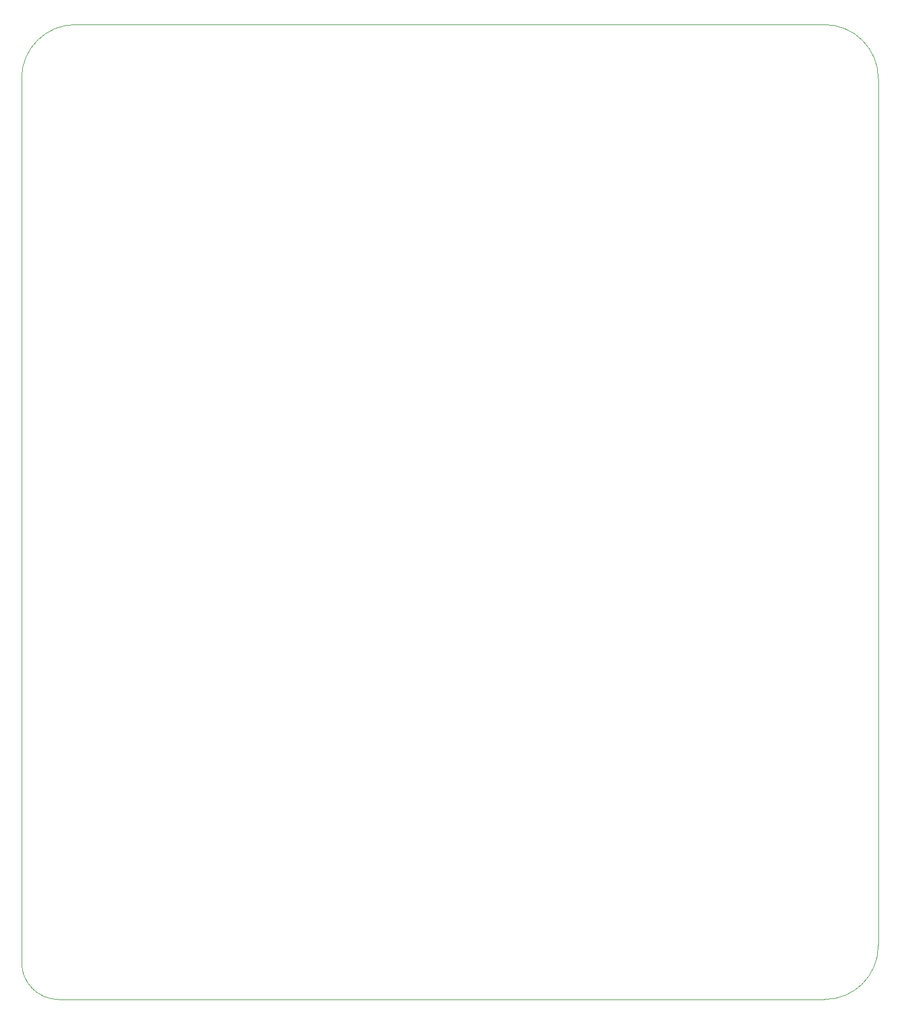
<source format=gm1>
%TF.GenerationSoftware,KiCad,Pcbnew,(5.1.10)-1*%
%TF.CreationDate,2021-09-21T14:48:15-05:00*%
%TF.ProjectId,SkidSteer_PCB,536b6964-5374-4656-9572-5f5043422e6b,rev?*%
%TF.SameCoordinates,Original*%
%TF.FileFunction,Profile,NP*%
%FSLAX46Y46*%
G04 Gerber Fmt 4.6, Leading zero omitted, Abs format (unit mm)*
G04 Created by KiCad (PCBNEW (5.1.10)-1) date 2021-09-21 14:48:15*
%MOMM*%
%LPD*%
G01*
G04 APERTURE LIST*
%TA.AperFunction,Profile*%
%ADD10C,0.050000*%
%TD*%
G04 APERTURE END LIST*
D10*
X144500000Y-26500000D02*
X33000000Y-26500000D01*
X144500000Y-171500000D02*
X33500000Y-171500000D01*
X25000000Y-34500000D02*
G75*
G02*
X33000000Y-26500000I8000000J0D01*
G01*
X144500000Y-26500000D02*
G75*
G02*
X152500000Y-34500000I0J-8000000D01*
G01*
X152500000Y-34500000D02*
X152500000Y-34500000D01*
X152500000Y-163500000D02*
X152500000Y-34500000D01*
X152500000Y-163500000D02*
G75*
G02*
X144500000Y-171500000I-8000000J0D01*
G01*
X30500000Y-171500000D02*
X33500000Y-171500000D01*
X30500000Y-171500000D02*
G75*
G02*
X25000000Y-166000000I0J5500000D01*
G01*
X25000000Y-166000000D02*
X25000000Y-34500000D01*
M02*

</source>
